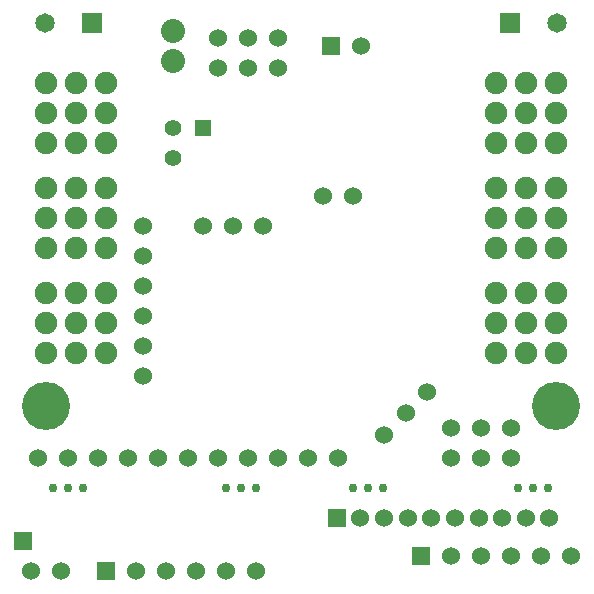
<source format=gbs>
G04 (created by PCBNEW (2013-dec-23)-stable) date Thu 04 Sep 2014 08:14:04 PM MDT*
%MOIN*%
G04 Gerber Fmt 3.4, Leading zero omitted, Abs format*
%FSLAX34Y34*%
G01*
G70*
G90*
G04 APERTURE LIST*
%ADD10C,0.00590551*%
%ADD11C,0.08*%
%ADD12C,0.06*%
%ADD13R,0.065X0.065*%
%ADD14C,0.065*%
%ADD15R,0.06X0.06*%
%ADD16C,0.16*%
%ADD17C,0.075*%
%ADD18R,0.055X0.055*%
%ADD19C,0.055*%
%ADD20C,0.03*%
G04 APERTURE END LIST*
G54D10*
G54D11*
X19500Y-6500D03*
X19500Y-7500D03*
G54D12*
X22000Y-20750D03*
X23000Y-20750D03*
X24000Y-20750D03*
X25000Y-20750D03*
X21000Y-20750D03*
X20000Y-20750D03*
X19000Y-20750D03*
X18000Y-20750D03*
X15000Y-20750D03*
X16000Y-20750D03*
X17000Y-20750D03*
G54D13*
X16787Y-6250D03*
G54D14*
X15212Y-6250D03*
G54D12*
X18500Y-13000D03*
X18500Y-14000D03*
X18500Y-15000D03*
X18500Y-16000D03*
X18500Y-17000D03*
X18500Y-18000D03*
X22500Y-13000D03*
X21500Y-13000D03*
X20500Y-13000D03*
G54D13*
X30712Y-6250D03*
G54D14*
X32287Y-6250D03*
G54D15*
X27750Y-24000D03*
G54D12*
X28750Y-24000D03*
X29750Y-24000D03*
X30750Y-24000D03*
X31750Y-24000D03*
X32750Y-24000D03*
G54D15*
X24956Y-22750D03*
G54D12*
X25744Y-22750D03*
X26531Y-22750D03*
X27318Y-22750D03*
X28106Y-22750D03*
X28893Y-22750D03*
X29681Y-22750D03*
X30468Y-22750D03*
X31255Y-22750D03*
X32043Y-22750D03*
X14750Y-24500D03*
X15750Y-24500D03*
G54D15*
X17250Y-24500D03*
G54D12*
X18250Y-24500D03*
X19250Y-24500D03*
X20250Y-24500D03*
X21250Y-24500D03*
X22250Y-24500D03*
G54D15*
X14500Y-23500D03*
G54D16*
X32250Y-19000D03*
X15250Y-19000D03*
G54D12*
X21000Y-7750D03*
X21000Y-6750D03*
X22000Y-7750D03*
X22000Y-6750D03*
X23000Y-7750D03*
X23000Y-6750D03*
G54D17*
X17250Y-13750D03*
X17250Y-12750D03*
X17250Y-11750D03*
X16250Y-13750D03*
X16250Y-12750D03*
X16250Y-11750D03*
X15250Y-13750D03*
X15250Y-12750D03*
X15250Y-11750D03*
X17250Y-10250D03*
X17250Y-9250D03*
X17250Y-8250D03*
X16250Y-10250D03*
X16250Y-9250D03*
X16250Y-8250D03*
X15250Y-10250D03*
X15250Y-9250D03*
X15250Y-8250D03*
X17250Y-17250D03*
X17250Y-16250D03*
X17250Y-15250D03*
X16250Y-17250D03*
X16250Y-16250D03*
X16250Y-15250D03*
X15250Y-17250D03*
X15250Y-16250D03*
X15250Y-15250D03*
X30250Y-8250D03*
X30250Y-9250D03*
X30250Y-10250D03*
X31250Y-8250D03*
X31250Y-9250D03*
X31250Y-10250D03*
X32250Y-8250D03*
X32250Y-9250D03*
X32250Y-10250D03*
X30250Y-11750D03*
X30250Y-12750D03*
X30250Y-13750D03*
X31250Y-11750D03*
X31250Y-12750D03*
X31250Y-13750D03*
X32250Y-11750D03*
X32250Y-12750D03*
X32250Y-13750D03*
X30250Y-15250D03*
X30250Y-16250D03*
X30250Y-17250D03*
X31250Y-15250D03*
X31250Y-16250D03*
X31250Y-17250D03*
X32250Y-15250D03*
X32250Y-16250D03*
X32250Y-17250D03*
G54D12*
X30750Y-19750D03*
X30750Y-20750D03*
X29750Y-19750D03*
X29750Y-20750D03*
X28750Y-19750D03*
X28750Y-20750D03*
G54D18*
X20500Y-9750D03*
G54D19*
X19500Y-9750D03*
X19500Y-10750D03*
G54D12*
X27957Y-18542D03*
X26542Y-19957D03*
X27250Y-19250D03*
X24500Y-12000D03*
X25500Y-12000D03*
G54D15*
X24750Y-7000D03*
G54D12*
X25750Y-7000D03*
G54D20*
X31000Y-21750D03*
X31500Y-21750D03*
X32000Y-21750D03*
X25500Y-21750D03*
X26000Y-21750D03*
X26500Y-21750D03*
X21250Y-21750D03*
X21750Y-21750D03*
X22250Y-21750D03*
X15500Y-21750D03*
X16000Y-21750D03*
X16500Y-21750D03*
M02*

</source>
